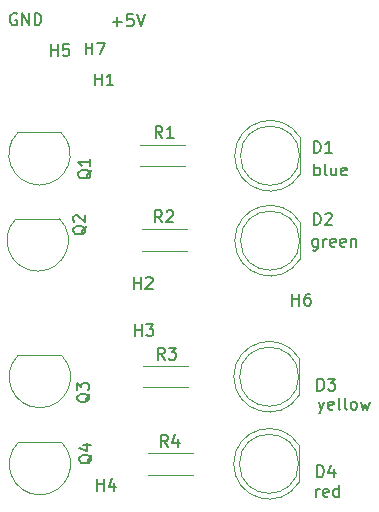
<source format=gbr>
%TF.GenerationSoftware,KiCad,Pcbnew,8.0.6*%
%TF.CreationDate,2024-11-29T21:51:42-03:00*%
%TF.ProjectId,Sensor de agua,53656e73-6f72-4206-9465-20616775612e,rev?*%
%TF.SameCoordinates,Original*%
%TF.FileFunction,Legend,Top*%
%TF.FilePolarity,Positive*%
%FSLAX46Y46*%
G04 Gerber Fmt 4.6, Leading zero omitted, Abs format (unit mm)*
G04 Created by KiCad (PCBNEW 8.0.6) date 2024-11-29 21:51:42*
%MOMM*%
%LPD*%
G01*
G04 APERTURE LIST*
%ADD10C,0.150000*%
%ADD11C,0.120000*%
G04 APERTURE END LIST*
D10*
X32208095Y-18894819D02*
X32208095Y-17894819D01*
X32208095Y-18371009D02*
X32779523Y-18371009D01*
X32779523Y-18894819D02*
X32779523Y-17894819D01*
X33160476Y-17894819D02*
X33827142Y-17894819D01*
X33827142Y-17894819D02*
X33398571Y-18894819D01*
X34514286Y-16113866D02*
X35276191Y-16113866D01*
X34895238Y-16494819D02*
X34895238Y-15732914D01*
X36228571Y-15494819D02*
X35752381Y-15494819D01*
X35752381Y-15494819D02*
X35704762Y-15971009D01*
X35704762Y-15971009D02*
X35752381Y-15923390D01*
X35752381Y-15923390D02*
X35847619Y-15875771D01*
X35847619Y-15875771D02*
X36085714Y-15875771D01*
X36085714Y-15875771D02*
X36180952Y-15923390D01*
X36180952Y-15923390D02*
X36228571Y-15971009D01*
X36228571Y-15971009D02*
X36276190Y-16066247D01*
X36276190Y-16066247D02*
X36276190Y-16304342D01*
X36276190Y-16304342D02*
X36228571Y-16399580D01*
X36228571Y-16399580D02*
X36180952Y-16447200D01*
X36180952Y-16447200D02*
X36085714Y-16494819D01*
X36085714Y-16494819D02*
X35847619Y-16494819D01*
X35847619Y-16494819D02*
X35752381Y-16447200D01*
X35752381Y-16447200D02*
X35704762Y-16399580D01*
X36561905Y-15494819D02*
X36895238Y-16494819D01*
X36895238Y-16494819D02*
X37228571Y-15494819D01*
X49728095Y-40154819D02*
X49728095Y-39154819D01*
X49728095Y-39631009D02*
X50299523Y-39631009D01*
X50299523Y-40154819D02*
X50299523Y-39154819D01*
X51204285Y-39154819D02*
X51013809Y-39154819D01*
X51013809Y-39154819D02*
X50918571Y-39202438D01*
X50918571Y-39202438D02*
X50870952Y-39250057D01*
X50870952Y-39250057D02*
X50775714Y-39392914D01*
X50775714Y-39392914D02*
X50728095Y-39583390D01*
X50728095Y-39583390D02*
X50728095Y-39964342D01*
X50728095Y-39964342D02*
X50775714Y-40059580D01*
X50775714Y-40059580D02*
X50823333Y-40107200D01*
X50823333Y-40107200D02*
X50918571Y-40154819D01*
X50918571Y-40154819D02*
X51109047Y-40154819D01*
X51109047Y-40154819D02*
X51204285Y-40107200D01*
X51204285Y-40107200D02*
X51251904Y-40059580D01*
X51251904Y-40059580D02*
X51299523Y-39964342D01*
X51299523Y-39964342D02*
X51299523Y-39726247D01*
X51299523Y-39726247D02*
X51251904Y-39631009D01*
X51251904Y-39631009D02*
X51204285Y-39583390D01*
X51204285Y-39583390D02*
X51109047Y-39535771D01*
X51109047Y-39535771D02*
X50918571Y-39535771D01*
X50918571Y-39535771D02*
X50823333Y-39583390D01*
X50823333Y-39583390D02*
X50775714Y-39631009D01*
X50775714Y-39631009D02*
X50728095Y-39726247D01*
X29278095Y-19014819D02*
X29278095Y-18014819D01*
X29278095Y-18491009D02*
X29849523Y-18491009D01*
X29849523Y-19014819D02*
X29849523Y-18014819D01*
X30801904Y-18014819D02*
X30325714Y-18014819D01*
X30325714Y-18014819D02*
X30278095Y-18491009D01*
X30278095Y-18491009D02*
X30325714Y-18443390D01*
X30325714Y-18443390D02*
X30420952Y-18395771D01*
X30420952Y-18395771D02*
X30659047Y-18395771D01*
X30659047Y-18395771D02*
X30754285Y-18443390D01*
X30754285Y-18443390D02*
X30801904Y-18491009D01*
X30801904Y-18491009D02*
X30849523Y-18586247D01*
X30849523Y-18586247D02*
X30849523Y-18824342D01*
X30849523Y-18824342D02*
X30801904Y-18919580D01*
X30801904Y-18919580D02*
X30754285Y-18967200D01*
X30754285Y-18967200D02*
X30659047Y-19014819D01*
X30659047Y-19014819D02*
X30420952Y-19014819D01*
X30420952Y-19014819D02*
X30325714Y-18967200D01*
X30325714Y-18967200D02*
X30278095Y-18919580D01*
X26378095Y-15462438D02*
X26282857Y-15414819D01*
X26282857Y-15414819D02*
X26140000Y-15414819D01*
X26140000Y-15414819D02*
X25997143Y-15462438D01*
X25997143Y-15462438D02*
X25901905Y-15557676D01*
X25901905Y-15557676D02*
X25854286Y-15652914D01*
X25854286Y-15652914D02*
X25806667Y-15843390D01*
X25806667Y-15843390D02*
X25806667Y-15986247D01*
X25806667Y-15986247D02*
X25854286Y-16176723D01*
X25854286Y-16176723D02*
X25901905Y-16271961D01*
X25901905Y-16271961D02*
X25997143Y-16367200D01*
X25997143Y-16367200D02*
X26140000Y-16414819D01*
X26140000Y-16414819D02*
X26235238Y-16414819D01*
X26235238Y-16414819D02*
X26378095Y-16367200D01*
X26378095Y-16367200D02*
X26425714Y-16319580D01*
X26425714Y-16319580D02*
X26425714Y-15986247D01*
X26425714Y-15986247D02*
X26235238Y-15986247D01*
X26854286Y-16414819D02*
X26854286Y-15414819D01*
X26854286Y-15414819D02*
X27425714Y-16414819D01*
X27425714Y-16414819D02*
X27425714Y-15414819D01*
X27901905Y-16414819D02*
X27901905Y-15414819D01*
X27901905Y-15414819D02*
X28140000Y-15414819D01*
X28140000Y-15414819D02*
X28282857Y-15462438D01*
X28282857Y-15462438D02*
X28378095Y-15557676D01*
X28378095Y-15557676D02*
X28425714Y-15652914D01*
X28425714Y-15652914D02*
X28473333Y-15843390D01*
X28473333Y-15843390D02*
X28473333Y-15986247D01*
X28473333Y-15986247D02*
X28425714Y-16176723D01*
X28425714Y-16176723D02*
X28378095Y-16271961D01*
X28378095Y-16271961D02*
X28282857Y-16367200D01*
X28282857Y-16367200D02*
X28140000Y-16414819D01*
X28140000Y-16414819D02*
X27901905Y-16414819D01*
X33178095Y-55814819D02*
X33178095Y-54814819D01*
X33178095Y-55291009D02*
X33749523Y-55291009D01*
X33749523Y-55814819D02*
X33749523Y-54814819D01*
X34654285Y-55148152D02*
X34654285Y-55814819D01*
X34416190Y-54767200D02*
X34178095Y-55481485D01*
X34178095Y-55481485D02*
X34797142Y-55481485D01*
X36388095Y-42724819D02*
X36388095Y-41724819D01*
X36388095Y-42201009D02*
X36959523Y-42201009D01*
X36959523Y-42724819D02*
X36959523Y-41724819D01*
X37340476Y-41724819D02*
X37959523Y-41724819D01*
X37959523Y-41724819D02*
X37626190Y-42105771D01*
X37626190Y-42105771D02*
X37769047Y-42105771D01*
X37769047Y-42105771D02*
X37864285Y-42153390D01*
X37864285Y-42153390D02*
X37911904Y-42201009D01*
X37911904Y-42201009D02*
X37959523Y-42296247D01*
X37959523Y-42296247D02*
X37959523Y-42534342D01*
X37959523Y-42534342D02*
X37911904Y-42629580D01*
X37911904Y-42629580D02*
X37864285Y-42677200D01*
X37864285Y-42677200D02*
X37769047Y-42724819D01*
X37769047Y-42724819D02*
X37483333Y-42724819D01*
X37483333Y-42724819D02*
X37388095Y-42677200D01*
X37388095Y-42677200D02*
X37340476Y-42629580D01*
X36308095Y-38754819D02*
X36308095Y-37754819D01*
X36308095Y-38231009D02*
X36879523Y-38231009D01*
X36879523Y-38754819D02*
X36879523Y-37754819D01*
X37308095Y-37850057D02*
X37355714Y-37802438D01*
X37355714Y-37802438D02*
X37450952Y-37754819D01*
X37450952Y-37754819D02*
X37689047Y-37754819D01*
X37689047Y-37754819D02*
X37784285Y-37802438D01*
X37784285Y-37802438D02*
X37831904Y-37850057D01*
X37831904Y-37850057D02*
X37879523Y-37945295D01*
X37879523Y-37945295D02*
X37879523Y-38040533D01*
X37879523Y-38040533D02*
X37831904Y-38183390D01*
X37831904Y-38183390D02*
X37260476Y-38754819D01*
X37260476Y-38754819D02*
X37879523Y-38754819D01*
X32988095Y-21514819D02*
X32988095Y-20514819D01*
X32988095Y-20991009D02*
X33559523Y-20991009D01*
X33559523Y-21514819D02*
X33559523Y-20514819D01*
X34559523Y-21514819D02*
X33988095Y-21514819D01*
X34273809Y-21514819D02*
X34273809Y-20514819D01*
X34273809Y-20514819D02*
X34178571Y-20657676D01*
X34178571Y-20657676D02*
X34083333Y-20752914D01*
X34083333Y-20752914D02*
X33988095Y-20800533D01*
X39173333Y-52104819D02*
X38840000Y-51628628D01*
X38601905Y-52104819D02*
X38601905Y-51104819D01*
X38601905Y-51104819D02*
X38982857Y-51104819D01*
X38982857Y-51104819D02*
X39078095Y-51152438D01*
X39078095Y-51152438D02*
X39125714Y-51200057D01*
X39125714Y-51200057D02*
X39173333Y-51295295D01*
X39173333Y-51295295D02*
X39173333Y-51438152D01*
X39173333Y-51438152D02*
X39125714Y-51533390D01*
X39125714Y-51533390D02*
X39078095Y-51581009D01*
X39078095Y-51581009D02*
X38982857Y-51628628D01*
X38982857Y-51628628D02*
X38601905Y-51628628D01*
X40030476Y-51438152D02*
X40030476Y-52104819D01*
X39792381Y-51057200D02*
X39554286Y-51771485D01*
X39554286Y-51771485D02*
X40173333Y-51771485D01*
X38903333Y-44724819D02*
X38570000Y-44248628D01*
X38331905Y-44724819D02*
X38331905Y-43724819D01*
X38331905Y-43724819D02*
X38712857Y-43724819D01*
X38712857Y-43724819D02*
X38808095Y-43772438D01*
X38808095Y-43772438D02*
X38855714Y-43820057D01*
X38855714Y-43820057D02*
X38903333Y-43915295D01*
X38903333Y-43915295D02*
X38903333Y-44058152D01*
X38903333Y-44058152D02*
X38855714Y-44153390D01*
X38855714Y-44153390D02*
X38808095Y-44201009D01*
X38808095Y-44201009D02*
X38712857Y-44248628D01*
X38712857Y-44248628D02*
X38331905Y-44248628D01*
X39236667Y-43724819D02*
X39855714Y-43724819D01*
X39855714Y-43724819D02*
X39522381Y-44105771D01*
X39522381Y-44105771D02*
X39665238Y-44105771D01*
X39665238Y-44105771D02*
X39760476Y-44153390D01*
X39760476Y-44153390D02*
X39808095Y-44201009D01*
X39808095Y-44201009D02*
X39855714Y-44296247D01*
X39855714Y-44296247D02*
X39855714Y-44534342D01*
X39855714Y-44534342D02*
X39808095Y-44629580D01*
X39808095Y-44629580D02*
X39760476Y-44677200D01*
X39760476Y-44677200D02*
X39665238Y-44724819D01*
X39665238Y-44724819D02*
X39379524Y-44724819D01*
X39379524Y-44724819D02*
X39284286Y-44677200D01*
X39284286Y-44677200D02*
X39236667Y-44629580D01*
X38683333Y-33094819D02*
X38350000Y-32618628D01*
X38111905Y-33094819D02*
X38111905Y-32094819D01*
X38111905Y-32094819D02*
X38492857Y-32094819D01*
X38492857Y-32094819D02*
X38588095Y-32142438D01*
X38588095Y-32142438D02*
X38635714Y-32190057D01*
X38635714Y-32190057D02*
X38683333Y-32285295D01*
X38683333Y-32285295D02*
X38683333Y-32428152D01*
X38683333Y-32428152D02*
X38635714Y-32523390D01*
X38635714Y-32523390D02*
X38588095Y-32571009D01*
X38588095Y-32571009D02*
X38492857Y-32618628D01*
X38492857Y-32618628D02*
X38111905Y-32618628D01*
X39064286Y-32190057D02*
X39111905Y-32142438D01*
X39111905Y-32142438D02*
X39207143Y-32094819D01*
X39207143Y-32094819D02*
X39445238Y-32094819D01*
X39445238Y-32094819D02*
X39540476Y-32142438D01*
X39540476Y-32142438D02*
X39588095Y-32190057D01*
X39588095Y-32190057D02*
X39635714Y-32285295D01*
X39635714Y-32285295D02*
X39635714Y-32380533D01*
X39635714Y-32380533D02*
X39588095Y-32523390D01*
X39588095Y-32523390D02*
X39016667Y-33094819D01*
X39016667Y-33094819D02*
X39635714Y-33094819D01*
X38713333Y-25954819D02*
X38380000Y-25478628D01*
X38141905Y-25954819D02*
X38141905Y-24954819D01*
X38141905Y-24954819D02*
X38522857Y-24954819D01*
X38522857Y-24954819D02*
X38618095Y-25002438D01*
X38618095Y-25002438D02*
X38665714Y-25050057D01*
X38665714Y-25050057D02*
X38713333Y-25145295D01*
X38713333Y-25145295D02*
X38713333Y-25288152D01*
X38713333Y-25288152D02*
X38665714Y-25383390D01*
X38665714Y-25383390D02*
X38618095Y-25431009D01*
X38618095Y-25431009D02*
X38522857Y-25478628D01*
X38522857Y-25478628D02*
X38141905Y-25478628D01*
X39665714Y-25954819D02*
X39094286Y-25954819D01*
X39380000Y-25954819D02*
X39380000Y-24954819D01*
X39380000Y-24954819D02*
X39284762Y-25097676D01*
X39284762Y-25097676D02*
X39189524Y-25192914D01*
X39189524Y-25192914D02*
X39094286Y-25240533D01*
X32760057Y-52775238D02*
X32712438Y-52870476D01*
X32712438Y-52870476D02*
X32617200Y-52965714D01*
X32617200Y-52965714D02*
X32474342Y-53108571D01*
X32474342Y-53108571D02*
X32426723Y-53203809D01*
X32426723Y-53203809D02*
X32426723Y-53299047D01*
X32664819Y-53251428D02*
X32617200Y-53346666D01*
X32617200Y-53346666D02*
X32521961Y-53441904D01*
X32521961Y-53441904D02*
X32331485Y-53489523D01*
X32331485Y-53489523D02*
X31998152Y-53489523D01*
X31998152Y-53489523D02*
X31807676Y-53441904D01*
X31807676Y-53441904D02*
X31712438Y-53346666D01*
X31712438Y-53346666D02*
X31664819Y-53251428D01*
X31664819Y-53251428D02*
X31664819Y-53060952D01*
X31664819Y-53060952D02*
X31712438Y-52965714D01*
X31712438Y-52965714D02*
X31807676Y-52870476D01*
X31807676Y-52870476D02*
X31998152Y-52822857D01*
X31998152Y-52822857D02*
X32331485Y-52822857D01*
X32331485Y-52822857D02*
X32521961Y-52870476D01*
X32521961Y-52870476D02*
X32617200Y-52965714D01*
X32617200Y-52965714D02*
X32664819Y-53060952D01*
X32664819Y-53060952D02*
X32664819Y-53251428D01*
X31998152Y-51965714D02*
X32664819Y-51965714D01*
X31617200Y-52203809D02*
X32331485Y-52441904D01*
X32331485Y-52441904D02*
X32331485Y-51822857D01*
X32580057Y-47605238D02*
X32532438Y-47700476D01*
X32532438Y-47700476D02*
X32437200Y-47795714D01*
X32437200Y-47795714D02*
X32294342Y-47938571D01*
X32294342Y-47938571D02*
X32246723Y-48033809D01*
X32246723Y-48033809D02*
X32246723Y-48129047D01*
X32484819Y-48081428D02*
X32437200Y-48176666D01*
X32437200Y-48176666D02*
X32341961Y-48271904D01*
X32341961Y-48271904D02*
X32151485Y-48319523D01*
X32151485Y-48319523D02*
X31818152Y-48319523D01*
X31818152Y-48319523D02*
X31627676Y-48271904D01*
X31627676Y-48271904D02*
X31532438Y-48176666D01*
X31532438Y-48176666D02*
X31484819Y-48081428D01*
X31484819Y-48081428D02*
X31484819Y-47890952D01*
X31484819Y-47890952D02*
X31532438Y-47795714D01*
X31532438Y-47795714D02*
X31627676Y-47700476D01*
X31627676Y-47700476D02*
X31818152Y-47652857D01*
X31818152Y-47652857D02*
X32151485Y-47652857D01*
X32151485Y-47652857D02*
X32341961Y-47700476D01*
X32341961Y-47700476D02*
X32437200Y-47795714D01*
X32437200Y-47795714D02*
X32484819Y-47890952D01*
X32484819Y-47890952D02*
X32484819Y-48081428D01*
X31484819Y-47319523D02*
X31484819Y-46700476D01*
X31484819Y-46700476D02*
X31865771Y-47033809D01*
X31865771Y-47033809D02*
X31865771Y-46890952D01*
X31865771Y-46890952D02*
X31913390Y-46795714D01*
X31913390Y-46795714D02*
X31961009Y-46748095D01*
X31961009Y-46748095D02*
X32056247Y-46700476D01*
X32056247Y-46700476D02*
X32294342Y-46700476D01*
X32294342Y-46700476D02*
X32389580Y-46748095D01*
X32389580Y-46748095D02*
X32437200Y-46795714D01*
X32437200Y-46795714D02*
X32484819Y-46890952D01*
X32484819Y-46890952D02*
X32484819Y-47176666D01*
X32484819Y-47176666D02*
X32437200Y-47271904D01*
X32437200Y-47271904D02*
X32389580Y-47319523D01*
X32270057Y-33395238D02*
X32222438Y-33490476D01*
X32222438Y-33490476D02*
X32127200Y-33585714D01*
X32127200Y-33585714D02*
X31984342Y-33728571D01*
X31984342Y-33728571D02*
X31936723Y-33823809D01*
X31936723Y-33823809D02*
X31936723Y-33919047D01*
X32174819Y-33871428D02*
X32127200Y-33966666D01*
X32127200Y-33966666D02*
X32031961Y-34061904D01*
X32031961Y-34061904D02*
X31841485Y-34109523D01*
X31841485Y-34109523D02*
X31508152Y-34109523D01*
X31508152Y-34109523D02*
X31317676Y-34061904D01*
X31317676Y-34061904D02*
X31222438Y-33966666D01*
X31222438Y-33966666D02*
X31174819Y-33871428D01*
X31174819Y-33871428D02*
X31174819Y-33680952D01*
X31174819Y-33680952D02*
X31222438Y-33585714D01*
X31222438Y-33585714D02*
X31317676Y-33490476D01*
X31317676Y-33490476D02*
X31508152Y-33442857D01*
X31508152Y-33442857D02*
X31841485Y-33442857D01*
X31841485Y-33442857D02*
X32031961Y-33490476D01*
X32031961Y-33490476D02*
X32127200Y-33585714D01*
X32127200Y-33585714D02*
X32174819Y-33680952D01*
X32174819Y-33680952D02*
X32174819Y-33871428D01*
X31270057Y-33061904D02*
X31222438Y-33014285D01*
X31222438Y-33014285D02*
X31174819Y-32919047D01*
X31174819Y-32919047D02*
X31174819Y-32680952D01*
X31174819Y-32680952D02*
X31222438Y-32585714D01*
X31222438Y-32585714D02*
X31270057Y-32538095D01*
X31270057Y-32538095D02*
X31365295Y-32490476D01*
X31365295Y-32490476D02*
X31460533Y-32490476D01*
X31460533Y-32490476D02*
X31603390Y-32538095D01*
X31603390Y-32538095D02*
X32174819Y-33109523D01*
X32174819Y-33109523D02*
X32174819Y-32490476D01*
X32700057Y-28655238D02*
X32652438Y-28750476D01*
X32652438Y-28750476D02*
X32557200Y-28845714D01*
X32557200Y-28845714D02*
X32414342Y-28988571D01*
X32414342Y-28988571D02*
X32366723Y-29083809D01*
X32366723Y-29083809D02*
X32366723Y-29179047D01*
X32604819Y-29131428D02*
X32557200Y-29226666D01*
X32557200Y-29226666D02*
X32461961Y-29321904D01*
X32461961Y-29321904D02*
X32271485Y-29369523D01*
X32271485Y-29369523D02*
X31938152Y-29369523D01*
X31938152Y-29369523D02*
X31747676Y-29321904D01*
X31747676Y-29321904D02*
X31652438Y-29226666D01*
X31652438Y-29226666D02*
X31604819Y-29131428D01*
X31604819Y-29131428D02*
X31604819Y-28940952D01*
X31604819Y-28940952D02*
X31652438Y-28845714D01*
X31652438Y-28845714D02*
X31747676Y-28750476D01*
X31747676Y-28750476D02*
X31938152Y-28702857D01*
X31938152Y-28702857D02*
X32271485Y-28702857D01*
X32271485Y-28702857D02*
X32461961Y-28750476D01*
X32461961Y-28750476D02*
X32557200Y-28845714D01*
X32557200Y-28845714D02*
X32604819Y-28940952D01*
X32604819Y-28940952D02*
X32604819Y-29131428D01*
X32604819Y-27750476D02*
X32604819Y-28321904D01*
X32604819Y-28036190D02*
X31604819Y-28036190D01*
X31604819Y-28036190D02*
X31747676Y-28131428D01*
X31747676Y-28131428D02*
X31842914Y-28226666D01*
X31842914Y-28226666D02*
X31890533Y-28321904D01*
X51811905Y-54674819D02*
X51811905Y-53674819D01*
X51811905Y-53674819D02*
X52050000Y-53674819D01*
X52050000Y-53674819D02*
X52192857Y-53722438D01*
X52192857Y-53722438D02*
X52288095Y-53817676D01*
X52288095Y-53817676D02*
X52335714Y-53912914D01*
X52335714Y-53912914D02*
X52383333Y-54103390D01*
X52383333Y-54103390D02*
X52383333Y-54246247D01*
X52383333Y-54246247D02*
X52335714Y-54436723D01*
X52335714Y-54436723D02*
X52288095Y-54531961D01*
X52288095Y-54531961D02*
X52192857Y-54627200D01*
X52192857Y-54627200D02*
X52050000Y-54674819D01*
X52050000Y-54674819D02*
X51811905Y-54674819D01*
X53240476Y-54008152D02*
X53240476Y-54674819D01*
X53002381Y-53627200D02*
X52764286Y-54341485D01*
X52764286Y-54341485D02*
X53383333Y-54341485D01*
X51747619Y-56344819D02*
X51747619Y-55678152D01*
X51747619Y-55868628D02*
X51795238Y-55773390D01*
X51795238Y-55773390D02*
X51842857Y-55725771D01*
X51842857Y-55725771D02*
X51938095Y-55678152D01*
X51938095Y-55678152D02*
X52033333Y-55678152D01*
X52747619Y-56297200D02*
X52652381Y-56344819D01*
X52652381Y-56344819D02*
X52461905Y-56344819D01*
X52461905Y-56344819D02*
X52366667Y-56297200D01*
X52366667Y-56297200D02*
X52319048Y-56201961D01*
X52319048Y-56201961D02*
X52319048Y-55821009D01*
X52319048Y-55821009D02*
X52366667Y-55725771D01*
X52366667Y-55725771D02*
X52461905Y-55678152D01*
X52461905Y-55678152D02*
X52652381Y-55678152D01*
X52652381Y-55678152D02*
X52747619Y-55725771D01*
X52747619Y-55725771D02*
X52795238Y-55821009D01*
X52795238Y-55821009D02*
X52795238Y-55916247D01*
X52795238Y-55916247D02*
X52319048Y-56011485D01*
X53652381Y-56344819D02*
X53652381Y-55344819D01*
X53652381Y-56297200D02*
X53557143Y-56344819D01*
X53557143Y-56344819D02*
X53366667Y-56344819D01*
X53366667Y-56344819D02*
X53271429Y-56297200D01*
X53271429Y-56297200D02*
X53223810Y-56249580D01*
X53223810Y-56249580D02*
X53176191Y-56154342D01*
X53176191Y-56154342D02*
X53176191Y-55868628D01*
X53176191Y-55868628D02*
X53223810Y-55773390D01*
X53223810Y-55773390D02*
X53271429Y-55725771D01*
X53271429Y-55725771D02*
X53366667Y-55678152D01*
X53366667Y-55678152D02*
X53557143Y-55678152D01*
X53557143Y-55678152D02*
X53652381Y-55725771D01*
X51831905Y-47354819D02*
X51831905Y-46354819D01*
X51831905Y-46354819D02*
X52070000Y-46354819D01*
X52070000Y-46354819D02*
X52212857Y-46402438D01*
X52212857Y-46402438D02*
X52308095Y-46497676D01*
X52308095Y-46497676D02*
X52355714Y-46592914D01*
X52355714Y-46592914D02*
X52403333Y-46783390D01*
X52403333Y-46783390D02*
X52403333Y-46926247D01*
X52403333Y-46926247D02*
X52355714Y-47116723D01*
X52355714Y-47116723D02*
X52308095Y-47211961D01*
X52308095Y-47211961D02*
X52212857Y-47307200D01*
X52212857Y-47307200D02*
X52070000Y-47354819D01*
X52070000Y-47354819D02*
X51831905Y-47354819D01*
X52736667Y-46354819D02*
X53355714Y-46354819D01*
X53355714Y-46354819D02*
X53022381Y-46735771D01*
X53022381Y-46735771D02*
X53165238Y-46735771D01*
X53165238Y-46735771D02*
X53260476Y-46783390D01*
X53260476Y-46783390D02*
X53308095Y-46831009D01*
X53308095Y-46831009D02*
X53355714Y-46926247D01*
X53355714Y-46926247D02*
X53355714Y-47164342D01*
X53355714Y-47164342D02*
X53308095Y-47259580D01*
X53308095Y-47259580D02*
X53260476Y-47307200D01*
X53260476Y-47307200D02*
X53165238Y-47354819D01*
X53165238Y-47354819D02*
X52879524Y-47354819D01*
X52879524Y-47354819D02*
X52784286Y-47307200D01*
X52784286Y-47307200D02*
X52736667Y-47259580D01*
X51933333Y-48288152D02*
X52171428Y-48954819D01*
X52409523Y-48288152D02*
X52171428Y-48954819D01*
X52171428Y-48954819D02*
X52076190Y-49192914D01*
X52076190Y-49192914D02*
X52028571Y-49240533D01*
X52028571Y-49240533D02*
X51933333Y-49288152D01*
X53171428Y-48907200D02*
X53076190Y-48954819D01*
X53076190Y-48954819D02*
X52885714Y-48954819D01*
X52885714Y-48954819D02*
X52790476Y-48907200D01*
X52790476Y-48907200D02*
X52742857Y-48811961D01*
X52742857Y-48811961D02*
X52742857Y-48431009D01*
X52742857Y-48431009D02*
X52790476Y-48335771D01*
X52790476Y-48335771D02*
X52885714Y-48288152D01*
X52885714Y-48288152D02*
X53076190Y-48288152D01*
X53076190Y-48288152D02*
X53171428Y-48335771D01*
X53171428Y-48335771D02*
X53219047Y-48431009D01*
X53219047Y-48431009D02*
X53219047Y-48526247D01*
X53219047Y-48526247D02*
X52742857Y-48621485D01*
X53790476Y-48954819D02*
X53695238Y-48907200D01*
X53695238Y-48907200D02*
X53647619Y-48811961D01*
X53647619Y-48811961D02*
X53647619Y-47954819D01*
X54314286Y-48954819D02*
X54219048Y-48907200D01*
X54219048Y-48907200D02*
X54171429Y-48811961D01*
X54171429Y-48811961D02*
X54171429Y-47954819D01*
X54838096Y-48954819D02*
X54742858Y-48907200D01*
X54742858Y-48907200D02*
X54695239Y-48859580D01*
X54695239Y-48859580D02*
X54647620Y-48764342D01*
X54647620Y-48764342D02*
X54647620Y-48478628D01*
X54647620Y-48478628D02*
X54695239Y-48383390D01*
X54695239Y-48383390D02*
X54742858Y-48335771D01*
X54742858Y-48335771D02*
X54838096Y-48288152D01*
X54838096Y-48288152D02*
X54980953Y-48288152D01*
X54980953Y-48288152D02*
X55076191Y-48335771D01*
X55076191Y-48335771D02*
X55123810Y-48383390D01*
X55123810Y-48383390D02*
X55171429Y-48478628D01*
X55171429Y-48478628D02*
X55171429Y-48764342D01*
X55171429Y-48764342D02*
X55123810Y-48859580D01*
X55123810Y-48859580D02*
X55076191Y-48907200D01*
X55076191Y-48907200D02*
X54980953Y-48954819D01*
X54980953Y-48954819D02*
X54838096Y-48954819D01*
X55504763Y-48288152D02*
X55695239Y-48954819D01*
X55695239Y-48954819D02*
X55885715Y-48478628D01*
X55885715Y-48478628D02*
X56076191Y-48954819D01*
X56076191Y-48954819D02*
X56266667Y-48288152D01*
X51541905Y-33324819D02*
X51541905Y-32324819D01*
X51541905Y-32324819D02*
X51780000Y-32324819D01*
X51780000Y-32324819D02*
X51922857Y-32372438D01*
X51922857Y-32372438D02*
X52018095Y-32467676D01*
X52018095Y-32467676D02*
X52065714Y-32562914D01*
X52065714Y-32562914D02*
X52113333Y-32753390D01*
X52113333Y-32753390D02*
X52113333Y-32896247D01*
X52113333Y-32896247D02*
X52065714Y-33086723D01*
X52065714Y-33086723D02*
X52018095Y-33181961D01*
X52018095Y-33181961D02*
X51922857Y-33277200D01*
X51922857Y-33277200D02*
X51780000Y-33324819D01*
X51780000Y-33324819D02*
X51541905Y-33324819D01*
X52494286Y-32420057D02*
X52541905Y-32372438D01*
X52541905Y-32372438D02*
X52637143Y-32324819D01*
X52637143Y-32324819D02*
X52875238Y-32324819D01*
X52875238Y-32324819D02*
X52970476Y-32372438D01*
X52970476Y-32372438D02*
X53018095Y-32420057D01*
X53018095Y-32420057D02*
X53065714Y-32515295D01*
X53065714Y-32515295D02*
X53065714Y-32610533D01*
X53065714Y-32610533D02*
X53018095Y-32753390D01*
X53018095Y-32753390D02*
X52446667Y-33324819D01*
X52446667Y-33324819D02*
X53065714Y-33324819D01*
X51855237Y-34498152D02*
X51855237Y-35307676D01*
X51855237Y-35307676D02*
X51807618Y-35402914D01*
X51807618Y-35402914D02*
X51759999Y-35450533D01*
X51759999Y-35450533D02*
X51664761Y-35498152D01*
X51664761Y-35498152D02*
X51521904Y-35498152D01*
X51521904Y-35498152D02*
X51426666Y-35450533D01*
X51855237Y-35117200D02*
X51759999Y-35164819D01*
X51759999Y-35164819D02*
X51569523Y-35164819D01*
X51569523Y-35164819D02*
X51474285Y-35117200D01*
X51474285Y-35117200D02*
X51426666Y-35069580D01*
X51426666Y-35069580D02*
X51379047Y-34974342D01*
X51379047Y-34974342D02*
X51379047Y-34688628D01*
X51379047Y-34688628D02*
X51426666Y-34593390D01*
X51426666Y-34593390D02*
X51474285Y-34545771D01*
X51474285Y-34545771D02*
X51569523Y-34498152D01*
X51569523Y-34498152D02*
X51759999Y-34498152D01*
X51759999Y-34498152D02*
X51855237Y-34545771D01*
X52331428Y-35164819D02*
X52331428Y-34498152D01*
X52331428Y-34688628D02*
X52379047Y-34593390D01*
X52379047Y-34593390D02*
X52426666Y-34545771D01*
X52426666Y-34545771D02*
X52521904Y-34498152D01*
X52521904Y-34498152D02*
X52617142Y-34498152D01*
X53331428Y-35117200D02*
X53236190Y-35164819D01*
X53236190Y-35164819D02*
X53045714Y-35164819D01*
X53045714Y-35164819D02*
X52950476Y-35117200D01*
X52950476Y-35117200D02*
X52902857Y-35021961D01*
X52902857Y-35021961D02*
X52902857Y-34641009D01*
X52902857Y-34641009D02*
X52950476Y-34545771D01*
X52950476Y-34545771D02*
X53045714Y-34498152D01*
X53045714Y-34498152D02*
X53236190Y-34498152D01*
X53236190Y-34498152D02*
X53331428Y-34545771D01*
X53331428Y-34545771D02*
X53379047Y-34641009D01*
X53379047Y-34641009D02*
X53379047Y-34736247D01*
X53379047Y-34736247D02*
X52902857Y-34831485D01*
X54188571Y-35117200D02*
X54093333Y-35164819D01*
X54093333Y-35164819D02*
X53902857Y-35164819D01*
X53902857Y-35164819D02*
X53807619Y-35117200D01*
X53807619Y-35117200D02*
X53760000Y-35021961D01*
X53760000Y-35021961D02*
X53760000Y-34641009D01*
X53760000Y-34641009D02*
X53807619Y-34545771D01*
X53807619Y-34545771D02*
X53902857Y-34498152D01*
X53902857Y-34498152D02*
X54093333Y-34498152D01*
X54093333Y-34498152D02*
X54188571Y-34545771D01*
X54188571Y-34545771D02*
X54236190Y-34641009D01*
X54236190Y-34641009D02*
X54236190Y-34736247D01*
X54236190Y-34736247D02*
X53760000Y-34831485D01*
X54664762Y-34498152D02*
X54664762Y-35164819D01*
X54664762Y-34593390D02*
X54712381Y-34545771D01*
X54712381Y-34545771D02*
X54807619Y-34498152D01*
X54807619Y-34498152D02*
X54950476Y-34498152D01*
X54950476Y-34498152D02*
X55045714Y-34545771D01*
X55045714Y-34545771D02*
X55093333Y-34641009D01*
X55093333Y-34641009D02*
X55093333Y-35164819D01*
X51541905Y-27224819D02*
X51541905Y-26224819D01*
X51541905Y-26224819D02*
X51780000Y-26224819D01*
X51780000Y-26224819D02*
X51922857Y-26272438D01*
X51922857Y-26272438D02*
X52018095Y-26367676D01*
X52018095Y-26367676D02*
X52065714Y-26462914D01*
X52065714Y-26462914D02*
X52113333Y-26653390D01*
X52113333Y-26653390D02*
X52113333Y-26796247D01*
X52113333Y-26796247D02*
X52065714Y-26986723D01*
X52065714Y-26986723D02*
X52018095Y-27081961D01*
X52018095Y-27081961D02*
X51922857Y-27177200D01*
X51922857Y-27177200D02*
X51780000Y-27224819D01*
X51780000Y-27224819D02*
X51541905Y-27224819D01*
X53065714Y-27224819D02*
X52494286Y-27224819D01*
X52780000Y-27224819D02*
X52780000Y-26224819D01*
X52780000Y-26224819D02*
X52684762Y-26367676D01*
X52684762Y-26367676D02*
X52589524Y-26462914D01*
X52589524Y-26462914D02*
X52494286Y-26510533D01*
X51592857Y-29134819D02*
X51592857Y-28134819D01*
X51592857Y-28515771D02*
X51688095Y-28468152D01*
X51688095Y-28468152D02*
X51878571Y-28468152D01*
X51878571Y-28468152D02*
X51973809Y-28515771D01*
X51973809Y-28515771D02*
X52021428Y-28563390D01*
X52021428Y-28563390D02*
X52069047Y-28658628D01*
X52069047Y-28658628D02*
X52069047Y-28944342D01*
X52069047Y-28944342D02*
X52021428Y-29039580D01*
X52021428Y-29039580D02*
X51973809Y-29087200D01*
X51973809Y-29087200D02*
X51878571Y-29134819D01*
X51878571Y-29134819D02*
X51688095Y-29134819D01*
X51688095Y-29134819D02*
X51592857Y-29087200D01*
X52640476Y-29134819D02*
X52545238Y-29087200D01*
X52545238Y-29087200D02*
X52497619Y-28991961D01*
X52497619Y-28991961D02*
X52497619Y-28134819D01*
X53450000Y-28468152D02*
X53450000Y-29134819D01*
X53021429Y-28468152D02*
X53021429Y-28991961D01*
X53021429Y-28991961D02*
X53069048Y-29087200D01*
X53069048Y-29087200D02*
X53164286Y-29134819D01*
X53164286Y-29134819D02*
X53307143Y-29134819D01*
X53307143Y-29134819D02*
X53402381Y-29087200D01*
X53402381Y-29087200D02*
X53450000Y-29039580D01*
X54307143Y-29087200D02*
X54211905Y-29134819D01*
X54211905Y-29134819D02*
X54021429Y-29134819D01*
X54021429Y-29134819D02*
X53926191Y-29087200D01*
X53926191Y-29087200D02*
X53878572Y-28991961D01*
X53878572Y-28991961D02*
X53878572Y-28611009D01*
X53878572Y-28611009D02*
X53926191Y-28515771D01*
X53926191Y-28515771D02*
X54021429Y-28468152D01*
X54021429Y-28468152D02*
X54211905Y-28468152D01*
X54211905Y-28468152D02*
X54307143Y-28515771D01*
X54307143Y-28515771D02*
X54354762Y-28611009D01*
X54354762Y-28611009D02*
X54354762Y-28706247D01*
X54354762Y-28706247D02*
X53878572Y-28801485D01*
D11*
%TO.C,R4*%
X41330000Y-54500000D02*
X37490000Y-54500000D01*
X41330000Y-52660000D02*
X37490000Y-52660000D01*
%TO.C,R3*%
X40910000Y-45250000D02*
X37070000Y-45250000D01*
X40910000Y-47090000D02*
X37070000Y-47090000D01*
%TO.C,R2*%
X40820000Y-35550000D02*
X36980000Y-35550000D01*
X40820000Y-33710000D02*
X36980000Y-33710000D01*
%TO.C,R1*%
X40620000Y-28360000D02*
X36780000Y-28360000D01*
X40620000Y-26520000D02*
X36780000Y-26520000D01*
%TO.C,Q4*%
X30150000Y-51730000D02*
X26550000Y-51730000D01*
X30188478Y-51741522D02*
G75*
G02*
X28350000Y-56180001I-1838478J-1838478D01*
G01*
X28350000Y-56180000D02*
G75*
G02*
X26511522Y-51741522I0J2600000D01*
G01*
%TO.C,Q3*%
X30140000Y-44360000D02*
X26540000Y-44360000D01*
X30178478Y-44371522D02*
G75*
G02*
X28340000Y-48810001I-1838478J-1838478D01*
G01*
X28340000Y-48810000D02*
G75*
G02*
X26501522Y-44371522I0J2600000D01*
G01*
%TO.C,Q2*%
X28160000Y-37240000D02*
G75*
G02*
X26321522Y-32801522I0J2600000D01*
G01*
X29998478Y-32801522D02*
G75*
G02*
X28160000Y-37240001I-1838478J-1838478D01*
G01*
X29960000Y-32790000D02*
X26360000Y-32790000D01*
%TO.C,Q1*%
X30110000Y-25500000D02*
X26510000Y-25500000D01*
X30148478Y-25511522D02*
G75*
G02*
X28310000Y-29950001I-1838478J-1838478D01*
G01*
X28310000Y-29950000D02*
G75*
G02*
X26471522Y-25511522I0J2600000D01*
G01*
%TO.C,D4*%
X50300000Y-55095000D02*
X50300000Y-52005000D01*
X50300000Y-55094830D02*
G75*
G02*
X44750000Y-53549538I-2560000J1544830D01*
G01*
X44750000Y-53550462D02*
G75*
G02*
X50300000Y-52005170I2990000J462D01*
G01*
X50240000Y-53550000D02*
G75*
G02*
X45240000Y-53550000I-2500000J0D01*
G01*
X45240000Y-53550000D02*
G75*
G02*
X50240000Y-53550000I2500000J0D01*
G01*
%TO.C,D3*%
X50310000Y-47725000D02*
X50310000Y-44635000D01*
X50310000Y-47724830D02*
G75*
G02*
X44760000Y-46179538I-2560000J1544830D01*
G01*
X44760000Y-46180462D02*
G75*
G02*
X50310000Y-44635170I2990000J462D01*
G01*
X50250000Y-46180000D02*
G75*
G02*
X45250000Y-46180000I-2500000J0D01*
G01*
X45250000Y-46180000D02*
G75*
G02*
X50250000Y-46180000I2500000J0D01*
G01*
%TO.C,D2*%
X50390000Y-36205000D02*
X50390000Y-33115000D01*
X50390000Y-36204830D02*
G75*
G02*
X44840000Y-34659538I-2560000J1544830D01*
G01*
X44840000Y-34660462D02*
G75*
G02*
X50390000Y-33115170I2990000J462D01*
G01*
X50330000Y-34660000D02*
G75*
G02*
X45330000Y-34660000I-2500000J0D01*
G01*
X45330000Y-34660000D02*
G75*
G02*
X50330000Y-34660000I2500000J0D01*
G01*
%TO.C,D1*%
X50385000Y-29015000D02*
X50385000Y-25925000D01*
X50385000Y-29014830D02*
G75*
G02*
X44835000Y-27469538I-2560000J1544830D01*
G01*
X44835000Y-27470462D02*
G75*
G02*
X50385000Y-25925170I2990000J462D01*
G01*
X50325000Y-27470000D02*
G75*
G02*
X45325000Y-27470000I-2500000J0D01*
G01*
X45325000Y-27470000D02*
G75*
G02*
X50325000Y-27470000I2500000J0D01*
G01*
%TD*%
M02*

</source>
